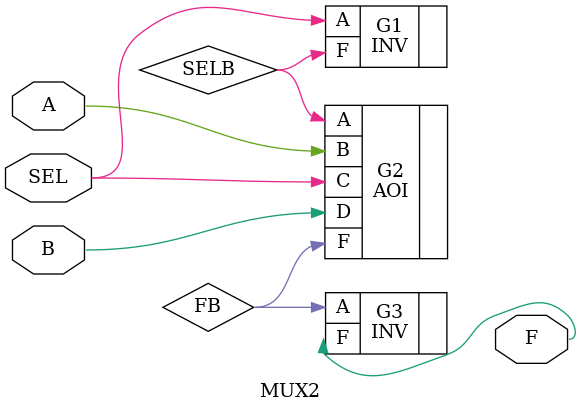
<source format=v>
module MUX2 (SEL, A, B, F);
	input SEL, A, B;
	output F;
	
	INV G1 (.A(SEL), .F(SELB));
	AOI G2 (.A(SELB), .B(A), .C(SEL), .D(B), .F(FB));
	INV G3 (.A(FB), .F(F));
endmodule

</source>
